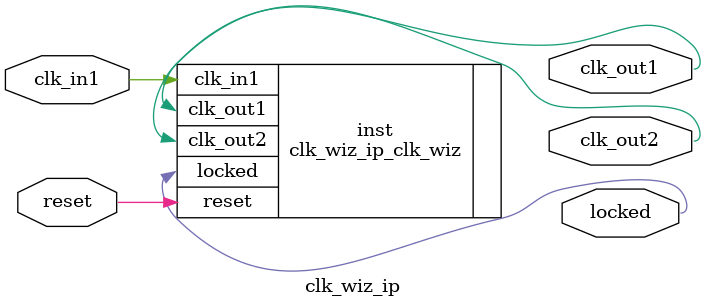
<source format=v>


`timescale 1ps/1ps

(* CORE_GENERATION_INFO = "clk_wiz_ip,clk_wiz_v6_0_11_0_0,{component_name=clk_wiz_ip,use_phase_alignment=true,use_min_o_jitter=false,use_max_i_jitter=false,use_dyn_phase_shift=false,use_inclk_switchover=false,use_dyn_reconfig=false,enable_axi=0,feedback_source=FDBK_AUTO,PRIMITIVE=MMCM,num_out_clk=2,clkin1_period=10.000,clkin2_period=10.000,use_power_down=false,use_reset=true,use_locked=true,use_inclk_stopped=false,feedback_type=SINGLE,CLOCK_MGR_TYPE=NA,manual_override=false}" *)

module clk_wiz_ip 
 (
  // Clock out ports
  output        clk_out1,
  output        clk_out2,
  // Status and control signals
  input         reset,
  output        locked,
 // Clock in ports
  input         clk_in1
 );

  clk_wiz_ip_clk_wiz inst
  (
  // Clock out ports  
  .clk_out1(clk_out1),
  .clk_out2(clk_out2),
  // Status and control signals               
  .reset(reset), 
  .locked(locked),
 // Clock in ports
  .clk_in1(clk_in1)
  );

endmodule

</source>
